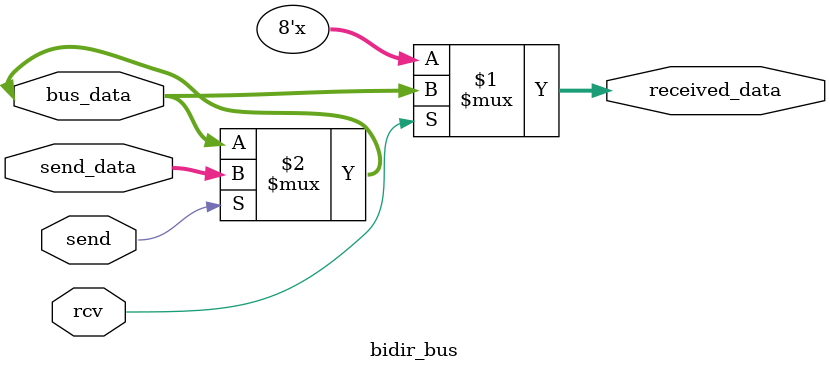
<source format=v>
module bidir_bus(send, send_data, rcv, received_data, bus_data);
    input   send, rcv;
    input   [7:0] send_data;
    inout   [7:0] bus_data;
    output  [7:0] received_data;

    assign received_data = (rcv) ? bus_data : 8'bz;
    assign bus_data = (send) ? send_data : bus_data;

endmodule
</source>
